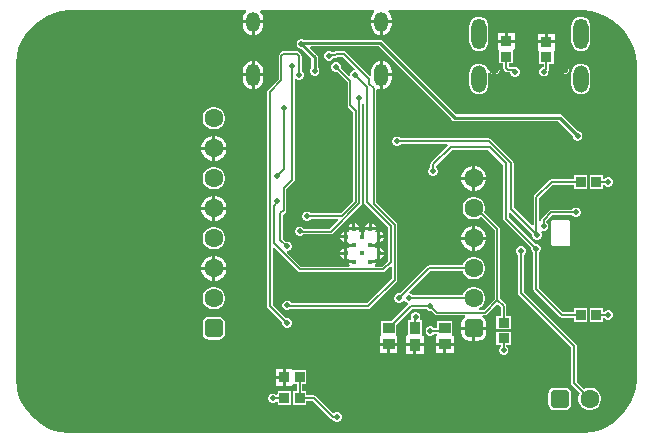
<source format=gbl>
G04*
G04 #@! TF.GenerationSoftware,Altium Limited,Altium Designer,25.2.1 (25)*
G04*
G04 Layer_Physical_Order=2*
G04 Layer_Color=16711680*
%FSLAX25Y25*%
%MOIN*%
G70*
G04*
G04 #@! TF.SameCoordinates,AD5E336D-F693-4BD2-921A-DB4C2101B080*
G04*
G04*
G04 #@! TF.FilePolarity,Positive*
G04*
G01*
G75*
%ADD15C,0.01000*%
%ADD26R,0.03937X0.03543*%
%ADD28R,0.03812X0.03963*%
%ADD35R,0.03740X0.03347*%
%ADD36R,0.03347X0.03740*%
G04:AMPARAMS|DCode=65|XSize=33.47mil|YSize=23.62mil|CornerRadius=11.81mil|HoleSize=0mil|Usage=FLASHONLY|Rotation=180.000|XOffset=0mil|YOffset=0mil|HoleType=Round|Shape=RoundedRectangle|*
%AMROUNDEDRECTD65*
21,1,0.03347,0.00000,0,0,180.0*
21,1,0.00984,0.02362,0,0,180.0*
1,1,0.02362,-0.00492,0.00000*
1,1,0.02362,0.00492,0.00000*
1,1,0.02362,0.00492,0.00000*
1,1,0.02362,-0.00492,0.00000*
%
%ADD65ROUNDEDRECTD65*%
%ADD66C,0.02362*%
G04:AMPARAMS|DCode=67|XSize=51.18mil|YSize=102.36mil|CornerRadius=25.59mil|HoleSize=0mil|Usage=FLASHONLY|Rotation=180.000|XOffset=0mil|YOffset=0mil|HoleType=Round|Shape=RoundedRectangle|*
%AMROUNDEDRECTD67*
21,1,0.05118,0.05118,0,0,180.0*
21,1,0.00000,0.10236,0,0,180.0*
1,1,0.05118,0.00000,0.02559*
1,1,0.05118,0.00000,0.02559*
1,1,0.05118,0.00000,-0.02559*
1,1,0.05118,0.00000,-0.02559*
%
%ADD67ROUNDEDRECTD67*%
G04:AMPARAMS|DCode=68|XSize=51.18mil|YSize=90.55mil|CornerRadius=25.59mil|HoleSize=0mil|Usage=FLASHONLY|Rotation=180.000|XOffset=0mil|YOffset=0mil|HoleType=Round|Shape=RoundedRectangle|*
%AMROUNDEDRECTD68*
21,1,0.05118,0.03937,0,0,180.0*
21,1,0.00000,0.09055,0,0,180.0*
1,1,0.05118,0.00000,0.01968*
1,1,0.05118,0.00000,0.01968*
1,1,0.05118,0.00000,-0.01968*
1,1,0.05118,0.00000,-0.01968*
%
%ADD68ROUNDEDRECTD68*%
%ADD72C,0.00600*%
%ADD73C,0.01575*%
%ADD74C,0.06299*%
G04:AMPARAMS|DCode=75|XSize=62.99mil|YSize=62.99mil|CornerRadius=15.75mil|HoleSize=0mil|Usage=FLASHONLY|Rotation=0.000|XOffset=0mil|YOffset=0mil|HoleType=Round|Shape=RoundedRectangle|*
%AMROUNDEDRECTD75*
21,1,0.06299,0.03150,0,0,0.0*
21,1,0.03150,0.06299,0,0,0.0*
1,1,0.03150,0.01575,-0.01575*
1,1,0.03150,-0.01575,-0.01575*
1,1,0.03150,-0.01575,0.01575*
1,1,0.03150,0.01575,0.01575*
%
%ADD75ROUNDEDRECTD75*%
%ADD76O,0.04724X0.07480*%
%ADD77O,0.04724X0.06693*%
G04:AMPARAMS|DCode=78|XSize=62.99mil|YSize=62.99mil|CornerRadius=15.75mil|HoleSize=0mil|Usage=FLASHONLY|Rotation=90.000|XOffset=0mil|YOffset=0mil|HoleType=Round|Shape=RoundedRectangle|*
%AMROUNDEDRECTD78*
21,1,0.06299,0.03150,0,0,90.0*
21,1,0.03150,0.06299,0,0,90.0*
1,1,0.03150,0.01575,0.01575*
1,1,0.03150,0.01575,-0.01575*
1,1,0.03150,-0.01575,-0.01575*
1,1,0.03150,-0.01575,0.01575*
%
%ADD78ROUNDEDRECTD78*%
%ADD79C,0.01968*%
G36*
X192668Y141591D02*
X195059Y140950D01*
X197346Y140003D01*
X199489Y138765D01*
X201453Y137258D01*
X203203Y135508D01*
X204710Y133544D01*
X205948Y131401D01*
X206895Y129114D01*
X207536Y126723D01*
X207859Y124269D01*
Y123031D01*
Y19685D01*
Y18447D01*
X207536Y15993D01*
X206895Y13602D01*
X205948Y11316D01*
X204710Y9172D01*
X203203Y7208D01*
X201453Y5458D01*
X199489Y3951D01*
X197346Y2714D01*
X195059Y1767D01*
X192668Y1126D01*
X190214Y803D01*
X18447D01*
X15993Y1126D01*
X13602Y1767D01*
X11316Y2714D01*
X9172Y3951D01*
X7208Y5458D01*
X5458Y7208D01*
X3951Y9172D01*
X2714Y11316D01*
X1767Y13602D01*
X1126Y15993D01*
X803Y18447D01*
Y19685D01*
Y123031D01*
Y124269D01*
X1126Y126723D01*
X1767Y129114D01*
X2714Y131401D01*
X3951Y133544D01*
X5458Y135508D01*
X7208Y137258D01*
X9172Y138765D01*
X11316Y140003D01*
X13602Y140950D01*
X15993Y141591D01*
X18447Y141914D01*
X77503D01*
X77673Y141414D01*
X77622Y141374D01*
X77083Y140672D01*
X76744Y139854D01*
X76629Y138976D01*
Y138492D01*
X80020D01*
X83411D01*
Y138976D01*
X83296Y139854D01*
X82957Y140672D01*
X82418Y141374D01*
X82366Y141414D01*
X82536Y141914D01*
X120220D01*
X120390Y141414D01*
X120338Y141374D01*
X119799Y140672D01*
X119460Y139854D01*
X119345Y138976D01*
Y138492D01*
X122736D01*
X126127D01*
Y138976D01*
X126012Y139854D01*
X125673Y140672D01*
X125134Y141374D01*
X125083Y141414D01*
X125253Y141914D01*
X190214D01*
X192668Y141591D01*
D02*
G37*
%LPC*%
G36*
X79520Y137492D02*
X76629D01*
Y137008D01*
X76744Y136130D01*
X77083Y135312D01*
X77622Y134610D01*
X78324Y134071D01*
X79142Y133732D01*
X79520Y133683D01*
Y137492D01*
D02*
G37*
G36*
X126127D02*
X123236D01*
Y133683D01*
X123614Y133732D01*
X124432Y134071D01*
X125134Y134610D01*
X125673Y135312D01*
X126012Y136130D01*
X126127Y137008D01*
Y137492D01*
D02*
G37*
G36*
X122236D02*
X119345D01*
Y137008D01*
X119460Y136130D01*
X119799Y135312D01*
X120338Y134610D01*
X121041Y134071D01*
X121859Y133732D01*
X122236Y133683D01*
Y137492D01*
D02*
G37*
G36*
X83411D02*
X80520D01*
Y133683D01*
X80897Y133732D01*
X81715Y134071D01*
X82418Y134610D01*
X82957Y135312D01*
X83296Y136130D01*
X83411Y137008D01*
Y137492D01*
D02*
G37*
G36*
X167240Y134169D02*
X164870D01*
Y131996D01*
X167240D01*
Y134169D01*
D02*
G37*
G36*
X163870D02*
X161500D01*
Y131996D01*
X163870D01*
Y134169D01*
D02*
G37*
G36*
X180626Y134012D02*
X178256D01*
Y131839D01*
X180626D01*
Y134012D01*
D02*
G37*
G36*
X177256D02*
X174886D01*
Y131839D01*
X177256D01*
Y134012D01*
D02*
G37*
G36*
X189252Y139751D02*
X188427Y139643D01*
X187659Y139324D01*
X186999Y138818D01*
X186493Y138158D01*
X186174Y137390D01*
X186066Y136565D01*
Y131447D01*
X186174Y130622D01*
X186493Y129854D01*
X186999Y129194D01*
X187659Y128688D01*
X188427Y128369D01*
X189252Y128261D01*
X190077Y128369D01*
X190845Y128688D01*
X191505Y129194D01*
X192011Y129854D01*
X192330Y130622D01*
X192438Y131447D01*
Y136565D01*
X192330Y137390D01*
X192011Y138158D01*
X191505Y138818D01*
X190845Y139324D01*
X190077Y139643D01*
X189252Y139751D01*
D02*
G37*
G36*
X155236D02*
X154412Y139643D01*
X153643Y139324D01*
X152983Y138818D01*
X152477Y138158D01*
X152158Y137390D01*
X152050Y136565D01*
Y131447D01*
X152158Y130622D01*
X152477Y129854D01*
X152983Y129194D01*
X153643Y128688D01*
X154412Y128369D01*
X155236Y128261D01*
X156061Y128369D01*
X156829Y128688D01*
X157489Y129194D01*
X157996Y129854D01*
X158314Y130622D01*
X158423Y131447D01*
Y136565D01*
X158314Y137390D01*
X157996Y138158D01*
X157489Y138818D01*
X156829Y139324D01*
X156061Y139643D01*
X155236Y139751D01*
D02*
G37*
G36*
X123236Y124979D02*
Y120776D01*
X126127D01*
Y121653D01*
X126012Y122531D01*
X125673Y123349D01*
X125134Y124051D01*
X124432Y124590D01*
X123614Y124929D01*
X123236Y124979D01*
D02*
G37*
G36*
X80520Y124979D02*
Y120776D01*
X83411D01*
Y121653D01*
X83296Y122531D01*
X82957Y123349D01*
X82418Y124051D01*
X81715Y124590D01*
X80897Y124929D01*
X80520Y124979D01*
D02*
G37*
G36*
X79520Y124979D02*
X79142Y124929D01*
X78324Y124590D01*
X77622Y124051D01*
X77083Y123349D01*
X76744Y122531D01*
X76629Y121653D01*
Y120776D01*
X79520D01*
Y124979D01*
D02*
G37*
G36*
X184290Y122982D02*
X183820D01*
X183386Y122802D01*
X183054Y122470D01*
X182874Y122036D01*
Y121566D01*
X183054Y121132D01*
X183386Y120800D01*
X183820Y120620D01*
X184290D01*
X184724Y120800D01*
X185056Y121132D01*
X185236Y121566D01*
Y122036D01*
X185056Y122470D01*
X184724Y122802D01*
X184290Y122982D01*
D02*
G37*
G36*
X155236Y124102D02*
X154412Y123993D01*
X153643Y123675D01*
X152983Y123168D01*
X152477Y122508D01*
X152158Y121740D01*
X152050Y120915D01*
Y116978D01*
X152158Y116154D01*
X152477Y115385D01*
X152983Y114725D01*
X153643Y114219D01*
X154412Y113900D01*
X155236Y113792D01*
X156061Y113900D01*
X156829Y114219D01*
X157489Y114725D01*
X157996Y115385D01*
X158314Y116154D01*
X158423Y116978D01*
Y120915D01*
X158481Y120960D01*
X159089Y120950D01*
X159480Y120689D01*
X159941Y120597D01*
X160925D01*
X161386Y120689D01*
X161777Y120950D01*
X162038Y121340D01*
X162129Y121801D01*
X162038Y122262D01*
X161777Y122653D01*
X161386Y122914D01*
X160925Y123005D01*
X159941D01*
X159480Y122914D01*
X159089Y122653D01*
X158828Y122262D01*
X158767Y121953D01*
X158247Y121902D01*
X157996Y122508D01*
X157489Y123168D01*
X156829Y123675D01*
X156061Y123993D01*
X155236Y124102D01*
D02*
G37*
G36*
X105639Y128263D02*
X105009D01*
X104427Y128022D01*
X103982Y127577D01*
X103741Y126995D01*
Y126365D01*
X103982Y125784D01*
X104427Y125338D01*
X105009Y125098D01*
X105639D01*
X106220Y125338D01*
X106666Y125784D01*
X106765Y126024D01*
X107147D01*
X107498Y126094D01*
X107796Y126293D01*
X107888Y126386D01*
X109915D01*
X113942Y122358D01*
X113735Y121858D01*
X113662D01*
X113080Y121617D01*
X112635Y121172D01*
X112394Y120590D01*
Y120221D01*
X111894Y120014D01*
X109260Y122648D01*
Y123248D01*
X109019Y123830D01*
X108574Y124275D01*
X107992Y124516D01*
X107362D01*
X106781Y124275D01*
X106335Y123830D01*
X106095Y123248D01*
Y122618D01*
X106335Y122037D01*
X106781Y121591D01*
X107362Y121350D01*
X107962D01*
X111484Y117829D01*
Y110321D01*
X111554Y109970D01*
X111753Y109672D01*
X113395Y108030D01*
Y78369D01*
X109132Y74107D01*
X99253D01*
X98829Y74531D01*
X98248Y74772D01*
X97618D01*
X97036Y74531D01*
X96591Y74086D01*
X96350Y73504D01*
Y72874D01*
X96591Y72293D01*
X97036Y71847D01*
X97618Y71606D01*
X98248D01*
X98829Y71847D01*
X99253Y72272D01*
X108199D01*
X108390Y71810D01*
X105543Y68962D01*
X96854D01*
X96834Y69012D01*
X96389Y69457D01*
X95807Y69698D01*
X95177D01*
X94595Y69457D01*
X94150Y69012D01*
X93909Y68431D01*
Y67801D01*
X94150Y67219D01*
X94595Y66774D01*
X95177Y66533D01*
X95807D01*
X96389Y66774D01*
X96742Y67127D01*
X105923D01*
X106274Y67197D01*
X106572Y67396D01*
X116061Y76885D01*
X116260Y77183D01*
X116330Y77534D01*
Y110840D01*
X116515Y110976D01*
X117015Y110722D01*
Y77835D01*
X117085Y77483D01*
X117284Y77186D01*
X124968Y69502D01*
Y58353D01*
X123045Y56429D01*
X120688D01*
X120481Y56929D01*
X120610Y57059D01*
X120822Y57571D01*
X119095D01*
Y58571D01*
X120822D01*
X120719Y58820D01*
X121102Y59202D01*
X121351Y59099D01*
Y60827D01*
Y62555D01*
X121102Y62452D01*
X120719Y62834D01*
X120822Y63083D01*
X119095D01*
Y64083D01*
X120822D01*
X120719Y64331D01*
X121102Y64714D01*
X121351Y64611D01*
Y66339D01*
Y68066D01*
X121102Y67963D01*
X120719Y68346D01*
X120822Y68595D01*
X119095D01*
X117367D01*
X117470Y68346D01*
X117087Y67963D01*
X116839Y68066D01*
Y66339D01*
X115839D01*
Y68066D01*
X115590Y67963D01*
X115207Y68346D01*
X115310Y68595D01*
X113583D01*
X111855D01*
X111958Y68346D01*
X111576Y67963D01*
X111327Y68066D01*
Y66339D01*
Y64611D01*
X111575Y64714D01*
X111958Y64332D01*
X111855Y64083D01*
X113583D01*
Y63083D01*
X111855D01*
X111958Y62834D01*
X111576Y62451D01*
X111327Y62555D01*
Y60827D01*
Y59099D01*
X111576Y59202D01*
X111958Y58820D01*
X111855Y58571D01*
X113583D01*
Y57571D01*
X111855D01*
X112067Y57059D01*
X112197Y56929D01*
X111989Y56429D01*
X95909D01*
X91232Y61106D01*
X91439Y61607D01*
X91572D01*
X92154Y61847D01*
X92599Y62293D01*
X92840Y62874D01*
Y63504D01*
X92599Y64086D01*
X92154Y64531D01*
X91572Y64772D01*
X90973D01*
X90000Y65744D01*
Y73755D01*
X90847Y74602D01*
X91046Y74900D01*
X91116Y75251D01*
Y82298D01*
X93582Y84763D01*
X93781Y85061D01*
X93851Y85412D01*
Y118850D01*
X94351Y119057D01*
X94473Y118934D01*
X95055Y118693D01*
X95685D01*
X96267Y118934D01*
X96712Y119379D01*
X96953Y119961D01*
Y120590D01*
X96712Y121172D01*
X96267Y121617D01*
X96135Y121672D01*
Y126713D01*
X96065Y127064D01*
X95866Y127362D01*
X95275Y127952D01*
X94978Y128151D01*
X94627Y128221D01*
X90042D01*
X89691Y128151D01*
X89393Y127952D01*
X88802Y127362D01*
X88604Y127064D01*
X88534Y126713D01*
Y118853D01*
X84981Y115301D01*
X84782Y115003D01*
X84712Y114652D01*
Y43335D01*
X84782Y42984D01*
X84981Y42687D01*
X89784Y37883D01*
Y37284D01*
X90025Y36702D01*
X90470Y36257D01*
X91052Y36016D01*
X91682D01*
X92264Y36257D01*
X92709Y36702D01*
X92950Y37284D01*
Y37913D01*
X92709Y38495D01*
X92264Y38940D01*
X91682Y39181D01*
X91082D01*
X86548Y43716D01*
Y62542D01*
X87010Y62734D01*
X94880Y54863D01*
X95178Y54664D01*
X95529Y54594D01*
X123425D01*
X123776Y54664D01*
X124074Y54863D01*
X125797Y56586D01*
X126259Y56394D01*
Y52478D01*
X117887Y44107D01*
X92838D01*
X92709Y44419D01*
X92264Y44864D01*
X91682Y45105D01*
X91052D01*
X90470Y44864D01*
X90025Y44419D01*
X89784Y43837D01*
Y43208D01*
X90025Y42626D01*
X90470Y42181D01*
X91052Y41940D01*
X91682D01*
X92264Y42181D01*
X92354Y42272D01*
X118268D01*
X118619Y42341D01*
X118916Y42540D01*
X127825Y51449D01*
X128024Y51747D01*
X128094Y52098D01*
Y68898D01*
Y70147D01*
X128024Y70498D01*
X127825Y70796D01*
X121116Y77505D01*
Y115388D01*
X121616Y115722D01*
X121859Y115622D01*
X122236Y115572D01*
Y120276D01*
Y124979D01*
X121859Y124929D01*
X121041Y124590D01*
X120338Y124051D01*
X119799Y123349D01*
X119460Y122531D01*
X119345Y121653D01*
Y120204D01*
X118883Y120013D01*
X110944Y127952D01*
X110646Y128151D01*
X110295Y128221D01*
X107508D01*
X107157Y128151D01*
X106859Y127952D01*
X106767Y127860D01*
X106383D01*
X106220Y128022D01*
X105639Y128263D01*
D02*
G37*
G36*
X180626Y130839D02*
X177756D01*
X174886D01*
Y128666D01*
X174999D01*
X175386Y128394D01*
X175386Y128166D01*
Y124047D01*
X176839D01*
Y122943D01*
X176506D01*
X175924Y122702D01*
X175479Y122257D01*
X175238Y121675D01*
Y121045D01*
X175479Y120464D01*
X175924Y120018D01*
X176506Y119778D01*
X177136D01*
X177717Y120018D01*
X178163Y120464D01*
X178403Y121045D01*
Y121645D01*
X178405Y121647D01*
X178604Y121944D01*
X178674Y122295D01*
Y124047D01*
X180126D01*
Y128166D01*
X180126Y128394D01*
X180514Y128666D01*
X180626D01*
Y130839D01*
D02*
G37*
G36*
X167240Y130996D02*
X164370D01*
X161500D01*
Y128823D01*
X161612D01*
X162000Y128551D01*
X162000Y128323D01*
Y124205D01*
X163452D01*
Y122617D01*
X163522Y122266D01*
X163721Y121968D01*
X164280Y121409D01*
X164578Y121210D01*
X164929Y121141D01*
X165740D01*
Y120907D01*
X165981Y120325D01*
X166426Y119880D01*
X167008Y119639D01*
X167638D01*
X168219Y119880D01*
X168665Y120325D01*
X168905Y120907D01*
Y121537D01*
X168665Y122118D01*
X168219Y122564D01*
X167638Y122804D01*
X167008D01*
X166997Y122800D01*
X166838Y122906D01*
X166486Y122976D01*
X165309D01*
X165288Y122997D01*
Y124205D01*
X166740D01*
Y128323D01*
X166740Y128551D01*
X167128Y128823D01*
X167240D01*
Y130996D01*
D02*
G37*
G36*
X79520Y119776D02*
X76629D01*
Y118898D01*
X76744Y118020D01*
X77083Y117202D01*
X77622Y116500D01*
X78324Y115961D01*
X79142Y115622D01*
X79520Y115572D01*
Y119776D01*
D02*
G37*
G36*
X126127D02*
X123236D01*
Y115572D01*
X123614Y115622D01*
X124432Y115961D01*
X125134Y116500D01*
X125673Y117202D01*
X126012Y118020D01*
X126127Y118898D01*
Y119776D01*
D02*
G37*
G36*
X83411D02*
X80520D01*
Y115572D01*
X80897Y115622D01*
X81715Y115961D01*
X82418Y116500D01*
X82957Y117202D01*
X83296Y118020D01*
X83411Y118898D01*
Y119776D01*
D02*
G37*
G36*
X189252Y124102D02*
X188427Y123993D01*
X187659Y123675D01*
X186999Y123168D01*
X186493Y122508D01*
X186174Y121740D01*
X186066Y120915D01*
Y116978D01*
X186174Y116154D01*
X186493Y115385D01*
X186999Y114725D01*
X187659Y114219D01*
X188427Y113900D01*
X189252Y113792D01*
X190077Y113900D01*
X190845Y114219D01*
X191505Y114725D01*
X192011Y115385D01*
X192330Y116154D01*
X192438Y116978D01*
Y120915D01*
X192330Y121740D01*
X192011Y122508D01*
X191505Y123168D01*
X190845Y123675D01*
X190077Y123993D01*
X189252Y124102D01*
D02*
G37*
G36*
X67423Y109616D02*
X66436D01*
X65482Y109360D01*
X64627Y108867D01*
X63929Y108168D01*
X63435Y107314D01*
X63180Y106360D01*
Y105373D01*
X63435Y104419D01*
X63929Y103564D01*
X64627Y102866D01*
X65482Y102372D01*
X66436Y102117D01*
X67423D01*
X68376Y102372D01*
X69231Y102866D01*
X69930Y103564D01*
X70423Y104419D01*
X70679Y105373D01*
Y106360D01*
X70423Y107314D01*
X69930Y108168D01*
X69231Y108867D01*
X68376Y109360D01*
X67423Y109616D01*
D02*
G37*
G36*
X96433Y132205D02*
X95803D01*
X95221Y131964D01*
X94776Y131519D01*
X94535Y130937D01*
Y130307D01*
X94776Y129726D01*
X95221Y129280D01*
X95803Y129040D01*
X96114D01*
X99357Y125797D01*
Y122694D01*
X99136Y122474D01*
X98895Y121892D01*
Y121262D01*
X99136Y120681D01*
X99581Y120235D01*
X100163Y119994D01*
X100793D01*
X101374Y120235D01*
X101820Y120681D01*
X102061Y121262D01*
Y121892D01*
X101820Y122474D01*
X101600Y122694D01*
Y126262D01*
X101514Y126691D01*
X101271Y127055D01*
X101271Y127055D01*
X99004Y129322D01*
X99196Y129784D01*
X121935D01*
X146422Y105297D01*
X146785Y105054D01*
X147215Y104969D01*
X147215Y104969D01*
X181665D01*
X186542Y100092D01*
Y99648D01*
X186783Y99067D01*
X187229Y98621D01*
X187810Y98381D01*
X188440D01*
X189022Y98621D01*
X189467Y99067D01*
X189708Y99648D01*
Y100278D01*
X189467Y100860D01*
X189022Y101305D01*
X188440Y101546D01*
X188260D01*
X182923Y106884D01*
X182559Y107127D01*
X182130Y107212D01*
X182130Y107212D01*
X147679D01*
X123193Y131698D01*
X122829Y131942D01*
X122400Y132027D01*
X122400Y132027D01*
X96862D01*
X96433Y132205D01*
D02*
G37*
G36*
X67475Y100016D02*
X67429D01*
Y96366D01*
X71079D01*
Y96412D01*
X70796Y97468D01*
X70250Y98414D01*
X69477Y99187D01*
X68531Y99733D01*
X67475Y100016D01*
D02*
G37*
G36*
X66429D02*
X66383D01*
X65328Y99733D01*
X64381Y99187D01*
X63609Y98414D01*
X63062Y97468D01*
X62780Y96412D01*
Y96366D01*
X66429D01*
Y100016D01*
D02*
G37*
G36*
X71079Y95366D02*
X67429D01*
Y91717D01*
X67475D01*
X68531Y91999D01*
X69477Y92546D01*
X70250Y93318D01*
X70796Y94265D01*
X71079Y95320D01*
Y95366D01*
D02*
G37*
G36*
X66429D02*
X62780D01*
Y95320D01*
X63062Y94265D01*
X63609Y93318D01*
X64381Y92546D01*
X65328Y91999D01*
X66383Y91717D01*
X66429D01*
Y95366D01*
D02*
G37*
G36*
X154089Y90016D02*
X154043D01*
Y86366D01*
X157693D01*
Y86413D01*
X157410Y87468D01*
X156864Y88414D01*
X156091Y89187D01*
X155145Y89733D01*
X154089Y90016D01*
D02*
G37*
G36*
X153043D02*
X152997D01*
X151942Y89733D01*
X150995Y89187D01*
X150223Y88414D01*
X149676Y87468D01*
X149394Y86413D01*
Y86366D01*
X153043D01*
Y90016D01*
D02*
G37*
G36*
X196507Y87016D02*
X192160D01*
Y82276D01*
X196507D01*
Y83728D01*
X197105D01*
X197529Y83304D01*
X198110Y83063D01*
X198740D01*
X199322Y83304D01*
X199767Y83749D01*
X200008Y84331D01*
Y84961D01*
X199767Y85542D01*
X199322Y85987D01*
X198740Y86228D01*
X198110D01*
X197529Y85987D01*
X197105Y85563D01*
X196507D01*
Y87016D01*
D02*
G37*
G36*
X128248Y99772D02*
X127618D01*
X127036Y99531D01*
X126591Y99086D01*
X126350Y98504D01*
Y97874D01*
X126591Y97293D01*
X127036Y96847D01*
X127618Y96606D01*
X128248D01*
X128830Y96847D01*
X129254Y97272D01*
X144786D01*
X144993Y96772D01*
X139332Y91110D01*
X139133Y90813D01*
X139063Y90462D01*
Y89510D01*
X138639Y89086D01*
X138398Y88504D01*
Y87874D01*
X138639Y87293D01*
X139084Y86847D01*
X139666Y86607D01*
X140295D01*
X140877Y86847D01*
X141322Y87293D01*
X141563Y87874D01*
Y88504D01*
X141322Y89086D01*
X140898Y89510D01*
Y90082D01*
X146246Y95430D01*
X158449D01*
X163446Y90433D01*
Y72436D01*
X163516Y72085D01*
X163715Y71787D01*
X172788Y62714D01*
Y62115D01*
X173029Y61533D01*
X173453Y61109D01*
Y48979D01*
X173523Y48628D01*
X173722Y48331D01*
X182347Y39706D01*
X182644Y39507D01*
X182996Y39437D01*
X187042D01*
Y37984D01*
X191388D01*
Y42724D01*
X187042D01*
Y41272D01*
X183376D01*
X175288Y49360D01*
Y61109D01*
X175712Y61533D01*
X175953Y62115D01*
Y62744D01*
X175712Y63326D01*
X175267Y63771D01*
X174685Y64012D01*
X174086D01*
X165282Y72816D01*
Y74433D01*
X165744Y74625D01*
X173103Y67265D01*
Y66666D01*
X173344Y66084D01*
X173789Y65639D01*
X174371Y65398D01*
X175000D01*
X175582Y65639D01*
X176027Y66084D01*
X176268Y66666D01*
Y67295D01*
X176027Y67877D01*
X175896Y68009D01*
X176179Y68432D01*
X176554Y68277D01*
X177184D01*
X177766Y68518D01*
X178211Y68963D01*
X178452Y69545D01*
Y70174D01*
X178211Y70756D01*
X177787Y71180D01*
Y71503D01*
X179833Y73548D01*
X186338D01*
X186762Y73124D01*
X187344Y72883D01*
X187974D01*
X188555Y73124D01*
X189001Y73570D01*
X189242Y74151D01*
Y74781D01*
X189001Y75363D01*
X188555Y75808D01*
X187974Y76049D01*
X187344D01*
X186762Y75808D01*
X186338Y75384D01*
X179453D01*
X179101Y75314D01*
X178804Y75115D01*
X176220Y72531D01*
X176021Y72234D01*
X175951Y71883D01*
Y71566D01*
X175841Y71492D01*
X175341Y71759D01*
Y79162D01*
X179907Y83728D01*
X187042D01*
Y82276D01*
X191389D01*
Y87016D01*
X187042D01*
Y85563D01*
X179527D01*
X179176Y85493D01*
X178878Y85295D01*
X173775Y80191D01*
X173576Y79893D01*
X173506Y79542D01*
Y70111D01*
X173044Y69920D01*
X166831Y76132D01*
Y90819D01*
X166761Y91170D01*
X166562Y91468D01*
X159192Y98838D01*
X158894Y99037D01*
X158543Y99107D01*
X129254D01*
X128830Y99531D01*
X128248Y99772D01*
D02*
G37*
G36*
X67423Y89616D02*
X66436D01*
X65482Y89360D01*
X64627Y88867D01*
X63929Y88169D01*
X63435Y87313D01*
X63180Y86360D01*
Y85373D01*
X63435Y84419D01*
X63929Y83564D01*
X64627Y82866D01*
X65482Y82372D01*
X66436Y82117D01*
X67423D01*
X68376Y82372D01*
X69231Y82866D01*
X69930Y83564D01*
X70423Y84419D01*
X70679Y85373D01*
Y86360D01*
X70423Y87313D01*
X69930Y88169D01*
X69231Y88867D01*
X68376Y89360D01*
X67423Y89616D01*
D02*
G37*
G36*
X157693Y85366D02*
X154043D01*
Y81717D01*
X154089D01*
X155145Y81999D01*
X156091Y82546D01*
X156864Y83318D01*
X157410Y84264D01*
X157693Y85320D01*
Y85366D01*
D02*
G37*
G36*
X153043D02*
X149394D01*
Y85320D01*
X149676Y84264D01*
X150223Y83318D01*
X150995Y82546D01*
X151942Y81999D01*
X152997Y81717D01*
X153043D01*
Y85366D01*
D02*
G37*
G36*
X67475Y80016D02*
X67429D01*
Y76366D01*
X71079D01*
Y76412D01*
X70796Y77468D01*
X70250Y78414D01*
X69477Y79187D01*
X68531Y79733D01*
X67475Y80016D01*
D02*
G37*
G36*
X66429D02*
X66383D01*
X65328Y79733D01*
X64381Y79187D01*
X63609Y78414D01*
X63062Y77468D01*
X62780Y76412D01*
Y76366D01*
X66429D01*
Y80016D01*
D02*
G37*
G36*
X71079Y75366D02*
X67429D01*
Y71717D01*
X67475D01*
X68531Y71999D01*
X69477Y72546D01*
X70250Y73318D01*
X70796Y74265D01*
X71079Y75320D01*
Y75366D01*
D02*
G37*
G36*
X66429D02*
X62780D01*
Y75320D01*
X63062Y74265D01*
X63609Y73318D01*
X64381Y72546D01*
X65328Y71999D01*
X66383Y71717D01*
X66429D01*
Y75366D01*
D02*
G37*
G36*
X119595Y70822D02*
Y69595D01*
X120822D01*
X120610Y70107D01*
X120107Y70610D01*
X119595Y70822D01*
D02*
G37*
G36*
X114083Y70822D02*
Y69595D01*
X115310D01*
X115098Y70107D01*
X114595Y70610D01*
X114083Y70822D01*
D02*
G37*
G36*
X113083Y70822D02*
X112570Y70610D01*
X112067Y70107D01*
X111855Y69595D01*
X113083D01*
Y70822D01*
D02*
G37*
G36*
X118595Y70822D02*
X118082Y70610D01*
X117579Y70107D01*
X117367Y69595D01*
X118595D01*
Y70822D01*
D02*
G37*
G36*
X122351Y68066D02*
Y66839D01*
X123578D01*
X123366Y67351D01*
X122863Y67854D01*
X122351Y68066D01*
D02*
G37*
G36*
X110327D02*
X109814Y67854D01*
X109311Y67351D01*
X109099Y66839D01*
X110327D01*
Y68066D01*
D02*
G37*
G36*
X154089Y70016D02*
X154043D01*
Y66366D01*
X157693D01*
Y66413D01*
X157410Y67468D01*
X156864Y68414D01*
X156091Y69187D01*
X155145Y69733D01*
X154089Y70016D01*
D02*
G37*
G36*
X153043D02*
X152997D01*
X151942Y69733D01*
X150995Y69187D01*
X150223Y68414D01*
X149676Y67468D01*
X149394Y66413D01*
Y66366D01*
X153043D01*
Y70016D01*
D02*
G37*
G36*
X123578Y65839D02*
X122351D01*
Y64611D01*
X122863Y64824D01*
X123366Y65326D01*
X123578Y65839D01*
D02*
G37*
G36*
X110327D02*
X109099D01*
X109311Y65326D01*
X109814Y64824D01*
X110327Y64611D01*
Y65839D01*
D02*
G37*
G36*
X185137Y71867D02*
X179822D01*
X179363Y71677D01*
X179173Y71218D01*
Y63934D01*
X179363Y63475D01*
X179822Y63285D01*
X185137D01*
X185597Y63475D01*
X185787Y63934D01*
Y71218D01*
X185597Y71677D01*
X185137Y71867D01*
D02*
G37*
G36*
X67423Y69616D02*
X66436D01*
X65482Y69360D01*
X64627Y68867D01*
X63929Y68168D01*
X63435Y67313D01*
X63180Y66360D01*
Y65373D01*
X63435Y64419D01*
X63929Y63564D01*
X64627Y62866D01*
X65482Y62372D01*
X66436Y62117D01*
X67423D01*
X68376Y62372D01*
X69231Y62866D01*
X69930Y63564D01*
X70423Y64419D01*
X70679Y65373D01*
Y66360D01*
X70423Y67313D01*
X69930Y68168D01*
X69231Y68867D01*
X68376Y69360D01*
X67423Y69616D01*
D02*
G37*
G36*
X157693Y65366D02*
X154043D01*
Y61717D01*
X154089D01*
X155145Y61999D01*
X156091Y62546D01*
X156864Y63318D01*
X157410Y64265D01*
X157693Y65320D01*
Y65366D01*
D02*
G37*
G36*
X153043D02*
X149394D01*
Y65320D01*
X149676Y64265D01*
X150223Y63318D01*
X150995Y62546D01*
X151942Y61999D01*
X152997Y61717D01*
X153043D01*
Y65366D01*
D02*
G37*
G36*
X122351Y62555D02*
Y61327D01*
X123578D01*
X123366Y61839D01*
X122863Y62342D01*
X122351Y62555D01*
D02*
G37*
G36*
X110327D02*
X109814Y62342D01*
X109311Y61839D01*
X109099Y61327D01*
X110327D01*
Y62555D01*
D02*
G37*
G36*
X123578Y60327D02*
X122351D01*
Y59099D01*
X122863Y59312D01*
X123366Y59815D01*
X123578Y60327D01*
D02*
G37*
G36*
X110327D02*
X109099D01*
X109311Y59815D01*
X109814Y59312D01*
X110327Y59099D01*
Y60327D01*
D02*
G37*
G36*
X67475Y60016D02*
X67429D01*
Y56366D01*
X71079D01*
Y56413D01*
X70796Y57468D01*
X70250Y58414D01*
X69477Y59187D01*
X68531Y59733D01*
X67475Y60016D01*
D02*
G37*
G36*
X66429D02*
X66383D01*
X65328Y59733D01*
X64381Y59187D01*
X63609Y58414D01*
X63062Y57468D01*
X62780Y56413D01*
Y56366D01*
X66429D01*
Y60016D01*
D02*
G37*
G36*
X154037Y79616D02*
X153050D01*
X152096Y79360D01*
X151241Y78867D01*
X150543Y78168D01*
X150049Y77314D01*
X149794Y76360D01*
Y75372D01*
X150049Y74419D01*
X150543Y73564D01*
X151241Y72866D01*
X152096Y72372D01*
X153050Y72117D01*
X154037D01*
X154990Y72372D01*
X155845Y72866D01*
X155999Y73019D01*
X160500Y68517D01*
Y45656D01*
X156865Y42021D01*
X155382D01*
X155248Y42521D01*
X155845Y42866D01*
X156544Y43564D01*
X157037Y44419D01*
X157293Y45373D01*
Y46360D01*
X157037Y47313D01*
X156544Y48169D01*
X155845Y48867D01*
X154990Y49360D01*
X154037Y49616D01*
X153050D01*
X152096Y49360D01*
X151241Y48867D01*
X150543Y48169D01*
X150049Y47313D01*
X149907Y46783D01*
X133132D01*
X132709Y47207D01*
X132127Y47448D01*
X131962Y47948D01*
X138963Y54949D01*
X149907D01*
X150049Y54419D01*
X150543Y53564D01*
X151241Y52866D01*
X152096Y52372D01*
X153050Y52117D01*
X154037D01*
X154990Y52372D01*
X155845Y52866D01*
X156544Y53564D01*
X157037Y54419D01*
X157293Y55373D01*
Y56360D01*
X157037Y57314D01*
X156544Y58169D01*
X155845Y58867D01*
X154990Y59360D01*
X154037Y59616D01*
X153050D01*
X152096Y59360D01*
X151241Y58867D01*
X150543Y58169D01*
X150049Y57314D01*
X149907Y56784D01*
X138583D01*
X138232Y56714D01*
X137934Y56515D01*
X128868Y47449D01*
X128268D01*
X127686Y47208D01*
X127241Y46763D01*
X127000Y46181D01*
Y45551D01*
X127241Y44970D01*
X127686Y44524D01*
X128268Y44284D01*
X128898D01*
X129479Y44524D01*
X129924Y44970D01*
X129927Y44975D01*
X130468D01*
X130470Y44969D01*
X130915Y44523D01*
X131497Y44282D01*
X131597D01*
X131740Y44012D01*
X131776Y43782D01*
X126112Y38118D01*
X122670D01*
Y33803D01*
X122670Y33575D01*
X122282Y33303D01*
X122170D01*
Y31032D01*
X128107D01*
Y33303D01*
X127994D01*
X127607Y33575D01*
X127607Y33803D01*
Y37018D01*
X132861Y42272D01*
X137742D01*
X138166Y41847D01*
X138748Y41607D01*
X139348D01*
X140500Y40454D01*
X140798Y40255D01*
X141149Y40185D01*
X150559D01*
X150666Y39705D01*
X150664Y39685D01*
X150132Y39277D01*
X149719Y38739D01*
X149460Y38113D01*
X149371Y37441D01*
Y36366D01*
X153543D01*
X157715D01*
Y37441D01*
X157626Y38113D01*
X157367Y38739D01*
X156954Y39277D01*
X156423Y39685D01*
X156420Y39705D01*
X156527Y40185D01*
X157245D01*
X157596Y40255D01*
X157894Y40454D01*
X161417Y43978D01*
X162563Y42832D01*
Y39792D01*
X161111D01*
Y35445D01*
X165851D01*
Y39792D01*
X164399D01*
Y43212D01*
X164329Y43563D01*
X164130Y43861D01*
X162335Y45656D01*
Y68897D01*
X162265Y69249D01*
X162066Y69546D01*
X157070Y74542D01*
X157293Y75372D01*
Y76360D01*
X157037Y77314D01*
X156544Y78168D01*
X155845Y78867D01*
X154990Y79360D01*
X154037Y79616D01*
D02*
G37*
G36*
X71079Y55366D02*
X67429D01*
Y51717D01*
X67475D01*
X68531Y51999D01*
X69477Y52546D01*
X70250Y53318D01*
X70796Y54264D01*
X71079Y55320D01*
Y55366D01*
D02*
G37*
G36*
X66429D02*
X62780D01*
Y55320D01*
X63062Y54264D01*
X63609Y53318D01*
X64381Y52546D01*
X65328Y51999D01*
X66383Y51717D01*
X66429D01*
Y55366D01*
D02*
G37*
G36*
X67423Y49616D02*
X66436D01*
X65482Y49360D01*
X64627Y48867D01*
X63929Y48169D01*
X63435Y47313D01*
X63180Y46360D01*
Y45373D01*
X63435Y44419D01*
X63929Y43564D01*
X64627Y42866D01*
X65482Y42372D01*
X66436Y42117D01*
X67423D01*
X68376Y42372D01*
X69231Y42866D01*
X69930Y43564D01*
X70423Y44419D01*
X70679Y45373D01*
Y46360D01*
X70423Y47313D01*
X69930Y48169D01*
X69231Y48867D01*
X68376Y49360D01*
X67423Y49616D01*
D02*
G37*
G36*
X196507Y42724D02*
X192160D01*
Y37984D01*
X196507D01*
Y39437D01*
X197105D01*
X197529Y39013D01*
X198110Y38772D01*
X198740D01*
X199322Y39013D01*
X199767Y39458D01*
X200008Y40040D01*
Y40669D01*
X199767Y41251D01*
X199322Y41696D01*
X198740Y41937D01*
X198110D01*
X197529Y41696D01*
X197105Y41272D01*
X196507D01*
Y42724D01*
D02*
G37*
G36*
X146386Y38118D02*
X141449D01*
Y35851D01*
X140384D01*
X139959Y36275D01*
X139378Y36516D01*
X138748D01*
X138166Y36275D01*
X137721Y35830D01*
X137480Y35248D01*
Y34618D01*
X137721Y34037D01*
X138166Y33591D01*
X138748Y33351D01*
X139378D01*
X139959Y33591D01*
X140384Y34016D01*
X141095D01*
X141166Y33945D01*
X141146Y33494D01*
X140953Y33303D01*
X140949D01*
Y31032D01*
X146886D01*
Y33303D01*
X146773D01*
X146386Y33575D01*
X146386Y33803D01*
Y38118D01*
D02*
G37*
G36*
X68504Y39658D02*
X65354D01*
X64506Y39490D01*
X63787Y39009D01*
X63306Y38289D01*
X63137Y37441D01*
Y34291D01*
X63306Y33443D01*
X63787Y32723D01*
X64506Y32243D01*
X65354Y32074D01*
X68504D01*
X69353Y32243D01*
X70072Y32723D01*
X70553Y33443D01*
X70721Y34291D01*
Y37441D01*
X70553Y38289D01*
X70072Y39009D01*
X69353Y39490D01*
X68504Y39658D01*
D02*
G37*
G36*
X157715Y35366D02*
X154043D01*
Y31694D01*
X155118D01*
X155790Y31783D01*
X156416Y32042D01*
X156954Y32455D01*
X157367Y32993D01*
X157626Y33619D01*
X157715Y34291D01*
Y35366D01*
D02*
G37*
G36*
X153043D02*
X149371D01*
Y34291D01*
X149460Y33619D01*
X149719Y32993D01*
X150132Y32455D01*
X150670Y32042D01*
X151296Y31783D01*
X151968Y31694D01*
X153043D01*
Y35366D01*
D02*
G37*
G36*
X134445Y41278D02*
X133815D01*
X133233Y41037D01*
X132788Y40592D01*
X132547Y40011D01*
Y39381D01*
X132694Y39028D01*
X132410Y38535D01*
X132401Y38528D01*
X131492D01*
Y33813D01*
X131492Y33566D01*
X131096Y33313D01*
X130992D01*
Y30831D01*
X133898D01*
X136804D01*
Y33313D01*
X136699D01*
X136304Y33566D01*
X136304Y33813D01*
Y38528D01*
X135854D01*
X135566Y39028D01*
X135713Y39381D01*
Y40011D01*
X135472Y40592D01*
X135027Y41037D01*
X134445Y41278D01*
D02*
G37*
G36*
X128107Y30032D02*
X125638D01*
Y27760D01*
X128107D01*
Y30032D01*
D02*
G37*
G36*
X124638D02*
X122170D01*
Y27760D01*
X124638D01*
Y30032D01*
D02*
G37*
G36*
X146886Y30032D02*
X144417D01*
Y27760D01*
X146886D01*
Y30032D01*
D02*
G37*
G36*
X143417D02*
X140949D01*
Y27760D01*
X143417D01*
Y30032D01*
D02*
G37*
G36*
X136804Y29831D02*
X134398D01*
Y27350D01*
X136804D01*
Y29831D01*
D02*
G37*
G36*
X133398D02*
X130992D01*
Y27350D01*
X133398D01*
Y29831D01*
D02*
G37*
G36*
X165851Y34674D02*
X161111D01*
Y30327D01*
X162605D01*
Y29825D01*
X162181Y29401D01*
X161940Y28819D01*
Y28189D01*
X162181Y27608D01*
X162626Y27162D01*
X163207Y26921D01*
X163837D01*
X164419Y27162D01*
X164864Y27608D01*
X165105Y28189D01*
Y28819D01*
X164864Y29401D01*
X164440Y29825D01*
Y30327D01*
X165851D01*
Y34674D01*
D02*
G37*
G36*
X89874Y22378D02*
X87701D01*
Y20008D01*
X89874D01*
Y22378D01*
D02*
G37*
G36*
Y19008D02*
X87701D01*
Y16638D01*
X89874D01*
Y19008D01*
D02*
G37*
G36*
X92547Y14894D02*
X88201D01*
Y13816D01*
X87701Y13609D01*
X87444Y13865D01*
X86862Y14106D01*
X86233D01*
X85651Y13865D01*
X85206Y13420D01*
X84965Y12838D01*
Y12209D01*
X85206Y11627D01*
X85651Y11182D01*
X86233Y10941D01*
X86862D01*
X87444Y11182D01*
X87701Y11438D01*
X88201Y11231D01*
Y10153D01*
X92547D01*
Y14894D01*
D02*
G37*
G36*
X169606Y63229D02*
X168977D01*
X168395Y62988D01*
X167950Y62542D01*
X167709Y61961D01*
Y61331D01*
X167950Y60750D01*
X168374Y60325D01*
Y47596D01*
X168444Y47245D01*
X168643Y46947D01*
X186047Y29543D01*
Y17533D01*
X186116Y17182D01*
X186315Y16884D01*
X188965Y14235D01*
X188690Y13760D01*
X188435Y12806D01*
Y11819D01*
X188690Y10865D01*
X189184Y10010D01*
X189882Y9312D01*
X190737Y8818D01*
X191691Y8563D01*
X192678D01*
X193632Y8818D01*
X194487Y9312D01*
X195185Y10010D01*
X195679Y10865D01*
X195934Y11819D01*
Y12806D01*
X195679Y13760D01*
X195185Y14615D01*
X194487Y15313D01*
X193632Y15807D01*
X192678Y16062D01*
X191691D01*
X190737Y15807D01*
X190262Y15532D01*
X187882Y17913D01*
Y29923D01*
X187812Y30275D01*
X187613Y30572D01*
X170209Y47976D01*
Y60325D01*
X170633Y60750D01*
X170874Y61331D01*
Y61961D01*
X170633Y62542D01*
X170188Y62988D01*
X169606Y63229D01*
D02*
G37*
G36*
X183759Y16105D02*
X180610D01*
X179761Y15936D01*
X179042Y15455D01*
X178561Y14736D01*
X178392Y13887D01*
Y10738D01*
X178561Y9889D01*
X179042Y9170D01*
X179761Y8689D01*
X180610Y8520D01*
X183759D01*
X184608Y8689D01*
X185327Y9170D01*
X185808Y9889D01*
X185977Y10738D01*
Y13887D01*
X185808Y14736D01*
X185327Y15455D01*
X184608Y15936D01*
X183759Y16105D01*
D02*
G37*
G36*
X93047Y22378D02*
X90874D01*
Y19508D01*
Y16638D01*
X93047D01*
Y16750D01*
X93319Y17138D01*
X93547Y17138D01*
X94574D01*
Y14894D01*
X93319D01*
Y10153D01*
X97665D01*
Y11606D01*
X100014D01*
X105941Y5678D01*
X106239Y5479D01*
X106590Y5409D01*
X106612D01*
X107036Y4985D01*
X107618Y4744D01*
X108248D01*
X108829Y4985D01*
X109275Y5430D01*
X109516Y6012D01*
Y6642D01*
X109275Y7223D01*
X108829Y7669D01*
X108248Y7909D01*
X107618D01*
X107036Y7669D01*
X106791Y7423D01*
X101043Y13172D01*
X100745Y13371D01*
X100394Y13441D01*
X97665D01*
Y14894D01*
X96410D01*
Y17138D01*
X97665D01*
Y21878D01*
X93547D01*
X93319Y21878D01*
X93047Y22265D01*
Y22378D01*
D02*
G37*
%LPD*%
D15*
X100478Y121577D02*
Y126262D01*
X96401Y130905D02*
X122400D01*
X96118Y130622D02*
X100478Y126262D01*
X96118Y130622D02*
X96401Y130905D01*
X188125Y99963D02*
Y100095D01*
X182130Y106090D02*
X188125Y100095D01*
X147215Y106090D02*
X182130D01*
X122400Y130905D02*
X147215Y106090D01*
D26*
X143917Y35847D02*
D03*
Y30532D02*
D03*
X125138Y30532D02*
D03*
Y35847D02*
D03*
D28*
X133898Y36047D02*
D03*
Y30331D02*
D03*
D35*
X177756Y126221D02*
D03*
Y131339D02*
D03*
X164370Y126378D02*
D03*
Y131496D02*
D03*
X163481Y37618D02*
D03*
Y32500D02*
D03*
D36*
X95492Y19508D02*
D03*
X90374D02*
D03*
X90374Y12524D02*
D03*
X95492D02*
D03*
X194334Y40354D02*
D03*
X189215D02*
D03*
X194334Y84646D02*
D03*
X189215D02*
D03*
D65*
X160433Y121801D02*
D03*
D66*
X184055D02*
D03*
D67*
X155236Y134006D02*
D03*
X189252D02*
D03*
D68*
X155236Y118947D02*
D03*
X189252D02*
D03*
D72*
X107508Y127303D02*
X110295D01*
X105586Y126942D02*
X107147D01*
X105324Y126680D02*
X105586Y126942D01*
X107147D02*
X107508Y127303D01*
X143003Y34933D02*
X143917Y35847D01*
X139063Y34933D02*
X143003D01*
X133898Y39463D02*
X134130Y39696D01*
X133898Y36047D02*
Y39463D01*
X95217Y120428D02*
X95370Y120276D01*
X95217Y120428D02*
Y126713D01*
X112402Y110321D02*
X114312Y108411D01*
X112402Y110321D02*
Y118209D01*
X107677Y122933D02*
X112402Y118209D01*
X141149Y41103D02*
X157245D01*
X132481Y43189D02*
X139063D01*
X125138Y35847D02*
X132481Y43189D01*
X139063D02*
X141149Y41103D01*
X95492Y68116D02*
X95563Y68045D01*
X105923D01*
X97933Y73189D02*
X109512D01*
X131812Y45865D02*
X131813Y45866D01*
X128583Y45866D02*
X138583Y55866D01*
X179453Y74466D02*
X187659D01*
X131813Y45866D02*
X153543D01*
X127933Y98189D02*
X158543D01*
X87933Y86614D02*
X90354Y89036D01*
X87914Y77819D02*
Y78189D01*
X90198Y75251D02*
Y82678D01*
X165914Y75752D02*
X174685Y66981D01*
X174424Y67242D02*
X174685Y66981D01*
X86799Y76703D02*
X87914Y77819D01*
X109512Y73189D02*
X114312Y77989D01*
X89083Y74135D02*
X90198Y75251D01*
X158543Y98189D02*
X165914Y90819D01*
X125886Y57972D02*
Y69882D01*
X123425Y55512D02*
X125886Y57972D01*
X127177Y52098D02*
Y68898D01*
X95529Y55512D02*
X123425D01*
X118268Y43189D02*
X127177Y52098D01*
X186964Y17533D02*
Y29923D01*
Y17533D02*
X192185Y12313D01*
X169291Y47596D02*
Y61646D01*
Y47596D02*
X186964Y29923D01*
X115412Y77534D02*
Y112440D01*
X117933Y77835D02*
Y116319D01*
X120198Y77125D02*
Y115833D01*
X118775Y117257D02*
X120198Y115833D01*
X118775Y117257D02*
Y118824D01*
X110295Y127303D02*
X118775Y118824D01*
X113976Y120276D02*
X117933Y116319D01*
X105923Y68045D02*
X115412Y77534D01*
X120198Y77125D02*
X127177Y70147D01*
X89451Y118473D02*
Y126713D01*
X90354Y89036D02*
Y109368D01*
X92933Y85412D02*
Y123129D01*
X114312Y77989D02*
Y108411D01*
X164364Y72436D02*
X174371Y62429D01*
Y48979D02*
Y62429D01*
X164364Y72436D02*
Y90813D01*
X174371Y48979D02*
X182996Y40354D01*
X176869Y69860D02*
Y71883D01*
X174424Y79542D02*
X179527Y84646D01*
X176708Y69698D02*
X176869Y69860D01*
X174424Y68463D02*
Y79542D01*
X176869Y71883D02*
X179453Y74466D01*
X174424Y67242D02*
Y68463D01*
X165914Y75752D02*
Y90819D01*
X90374Y12524D02*
X90374Y12524D01*
X86548Y12524D02*
X90374D01*
X163481Y32500D02*
X163522Y32459D01*
Y28504D02*
Y32459D01*
X161417Y45276D02*
X163481Y43212D01*
Y37618D02*
Y43212D01*
X117933Y77835D02*
X125886Y69882D01*
X138583Y55866D02*
X153543D01*
X153543Y45866D02*
X153543Y45866D01*
X95492Y19508D02*
X95492Y19508D01*
X95492Y12524D02*
Y19508D01*
Y12524D02*
X95492Y12524D01*
X100394D01*
X106590Y6327D01*
X107933D01*
X86799Y64242D02*
Y76703D01*
X89083Y65364D02*
Y74135D01*
X85630Y43335D02*
X91367Y37598D01*
X89083Y65364D02*
X91258Y63189D01*
X85630Y43335D02*
Y114652D01*
X89451Y118473D01*
X90198Y82678D02*
X92933Y85412D01*
X86799Y64242D02*
X95529Y55512D01*
X91367Y43523D02*
X91701Y43189D01*
X118268D01*
X194334Y40354D02*
X198425D01*
X182996D02*
X189215D01*
X194334Y84646D02*
X198425D01*
X189215Y84646D02*
X189215Y84646D01*
X179527Y84646D02*
X189215D01*
X158829Y96347D02*
X164364Y90813D01*
X145866Y96347D02*
X158829D01*
X139980Y90462D02*
X145866Y96347D01*
X139980Y88189D02*
Y90462D01*
X157245Y41103D02*
X161417Y45276D01*
Y68897D01*
X154449Y75866D02*
X161417Y68897D01*
X153543Y75866D02*
X154449D01*
X127177Y68898D02*
Y70147D01*
X177756Y122295D02*
Y126221D01*
X176821Y121360D02*
X177756Y122295D01*
X166486Y122058D02*
X167323Y121222D01*
X164929Y122058D02*
X166486D01*
X164370Y122617D02*
X164929Y122058D01*
X164370Y122617D02*
Y126378D01*
X94627Y127303D02*
X95217Y126713D01*
X90042Y127303D02*
X94627D01*
X89451Y126713D02*
X90042Y127303D01*
X92795Y123268D02*
X92933Y123129D01*
D73*
X116339Y60827D02*
D03*
X121850D02*
D03*
X110827D02*
D03*
X121850Y66339D02*
D03*
X116339D02*
D03*
X110827D02*
D03*
X119095Y58071D02*
D03*
X113583D02*
D03*
X119095Y63583D02*
D03*
X113583D02*
D03*
X119095Y69095D02*
D03*
X113583D02*
D03*
D74*
X192185Y12313D02*
D03*
X153543Y65866D02*
D03*
Y45866D02*
D03*
Y55866D02*
D03*
Y75866D02*
D03*
Y85866D02*
D03*
X66929D02*
D03*
Y65866D02*
D03*
Y45866D02*
D03*
Y55866D02*
D03*
Y75866D02*
D03*
Y95866D02*
D03*
Y105866D02*
D03*
D75*
X182185Y12313D02*
D03*
D76*
X122736Y120276D02*
D03*
X80020D02*
D03*
D77*
X122736Y137992D02*
D03*
X80020D02*
D03*
D78*
X153543Y35866D02*
D03*
X66929D02*
D03*
D79*
X96118Y130622D02*
D03*
X105324Y126680D02*
D03*
X134130Y39696D02*
D03*
X139063Y34933D02*
D03*
X176869Y69860D02*
D03*
X95370Y120276D02*
D03*
X86548Y123622D02*
D03*
X96708Y112544D02*
D03*
X109439Y112589D02*
D03*
X106102D02*
D03*
X101451Y112544D02*
D03*
X188125Y99963D02*
D03*
X139063Y43189D02*
D03*
X36847Y124008D02*
D03*
X38189Y24442D02*
D03*
X95492Y68116D02*
D03*
X97933Y73189D02*
D03*
X187659Y74466D02*
D03*
X128583Y45866D02*
D03*
X131812Y45865D02*
D03*
X80596Y32993D02*
D03*
X127933Y98189D02*
D03*
X87933Y86614D02*
D03*
X87914Y78189D02*
D03*
X115412Y112440D02*
D03*
X86548Y120472D02*
D03*
X90354Y109368D02*
D03*
X100478Y121577D02*
D03*
X113976Y120276D02*
D03*
X107677Y122933D02*
D03*
X174371Y62429D02*
D03*
X21547Y85370D02*
D03*
X35146D02*
D03*
X51181Y48169D02*
D03*
X29527Y50197D02*
D03*
X19685Y124008D02*
D03*
X38189Y6642D02*
D03*
X174685Y66981D02*
D03*
X86548Y12524D02*
D03*
X172116Y12524D02*
D03*
X109166Y23167D02*
D03*
X129516Y6133D02*
D03*
X135323Y14394D02*
D03*
X163522Y28504D02*
D03*
X193898Y55823D02*
D03*
X198467Y51396D02*
D03*
X177888Y60686D02*
D03*
X189252Y68661D02*
D03*
X193898Y68346D02*
D03*
X196884Y119301D02*
D03*
X196850Y132547D02*
D03*
X169291Y61646D02*
D03*
X107933Y6327D02*
D03*
X91367Y37598D02*
D03*
Y43523D02*
D03*
X91258Y63189D02*
D03*
X198425Y40354D02*
D03*
Y84646D02*
D03*
X139980Y88189D02*
D03*
X158839Y113086D02*
D03*
X187008Y112544D02*
D03*
X172247Y101048D02*
D03*
X176821Y121360D02*
D03*
X167323Y121222D02*
D03*
X92795Y123268D02*
D03*
M02*

</source>
